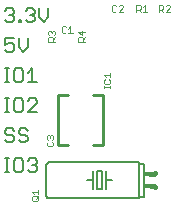
<source format=gtl>
G75*
%MOIN*%
%OFA0B0*%
%FSLAX25Y25*%
%IPPOS*%
%LPD*%
%AMOC8*
5,1,8,0,0,1.08239X$1,22.5*
%
%ADD10C,0.00200*%
%ADD11C,0.01000*%
%ADD12C,0.00500*%
%ADD13C,0.00600*%
%ADD14C,0.01600*%
%ADD15R,0.02300X0.01600*%
D10*
X0039198Y0005267D02*
X0039198Y0006001D01*
X0039565Y0006368D01*
X0041033Y0006368D01*
X0041400Y0006001D01*
X0041400Y0005267D01*
X0041033Y0004900D01*
X0039565Y0004900D01*
X0039198Y0005267D01*
X0040666Y0005634D02*
X0041400Y0006368D01*
X0041400Y0007110D02*
X0041400Y0008578D01*
X0041400Y0007844D02*
X0039198Y0007844D01*
X0039932Y0007110D01*
X0044510Y0023042D02*
X0044143Y0023409D01*
X0044143Y0024143D01*
X0044510Y0024510D01*
X0044510Y0025252D02*
X0044143Y0025619D01*
X0044143Y0026353D01*
X0044510Y0026720D01*
X0044877Y0026720D01*
X0045244Y0026353D01*
X0045611Y0026720D01*
X0045978Y0026720D01*
X0046345Y0026353D01*
X0046345Y0025619D01*
X0045978Y0025252D01*
X0045978Y0024510D02*
X0046345Y0024143D01*
X0046345Y0023409D01*
X0045978Y0023042D01*
X0044510Y0023042D01*
X0045244Y0025986D02*
X0045244Y0026353D01*
X0063198Y0042400D02*
X0063198Y0043134D01*
X0063198Y0042767D02*
X0065400Y0042767D01*
X0065400Y0042400D02*
X0065400Y0043134D01*
X0065033Y0043873D02*
X0065400Y0044240D01*
X0065400Y0044974D01*
X0065033Y0045341D01*
X0065400Y0046083D02*
X0065400Y0047551D01*
X0065400Y0046817D02*
X0063198Y0046817D01*
X0063932Y0046083D01*
X0063565Y0045341D02*
X0063198Y0044974D01*
X0063198Y0044240D01*
X0063565Y0043873D01*
X0065033Y0043873D01*
X0056900Y0057900D02*
X0054698Y0057900D01*
X0054698Y0059001D01*
X0055065Y0059368D01*
X0055799Y0059368D01*
X0056166Y0059001D01*
X0056166Y0057900D01*
X0056166Y0058634D02*
X0056900Y0059368D01*
X0055799Y0060110D02*
X0055799Y0061578D01*
X0054698Y0061211D02*
X0055799Y0060110D01*
X0056900Y0061211D02*
X0054698Y0061211D01*
X0052841Y0060845D02*
X0051373Y0060845D01*
X0052107Y0060845D02*
X0052107Y0063047D01*
X0051373Y0062313D01*
X0050631Y0062680D02*
X0050264Y0063047D01*
X0049530Y0063047D01*
X0049163Y0062680D01*
X0049163Y0061212D01*
X0049530Y0060845D01*
X0050264Y0060845D01*
X0050631Y0061212D01*
X0046900Y0061211D02*
X0046900Y0060477D01*
X0046533Y0060110D01*
X0046900Y0059368D02*
X0046166Y0058634D01*
X0046166Y0059001D02*
X0046166Y0057900D01*
X0046900Y0057900D02*
X0044698Y0057900D01*
X0044698Y0059001D01*
X0045065Y0059368D01*
X0045799Y0059368D01*
X0046166Y0059001D01*
X0045065Y0060110D02*
X0044698Y0060477D01*
X0044698Y0061211D01*
X0045065Y0061578D01*
X0045432Y0061578D01*
X0045799Y0061211D01*
X0046166Y0061578D01*
X0046533Y0061578D01*
X0046900Y0061211D01*
X0045799Y0061211D02*
X0045799Y0060844D01*
X0065950Y0068326D02*
X0066317Y0067959D01*
X0067051Y0067959D01*
X0067418Y0068326D01*
X0068160Y0067959D02*
X0069628Y0069427D01*
X0069628Y0069794D01*
X0069261Y0070161D01*
X0068527Y0070161D01*
X0068160Y0069794D01*
X0067418Y0069794D02*
X0067051Y0070161D01*
X0066317Y0070161D01*
X0065950Y0069794D01*
X0065950Y0068326D01*
X0068160Y0067959D02*
X0069628Y0067959D01*
X0074100Y0067900D02*
X0074100Y0070102D01*
X0075201Y0070102D01*
X0075568Y0069735D01*
X0075568Y0069001D01*
X0075201Y0068634D01*
X0074100Y0068634D01*
X0074834Y0068634D02*
X0075568Y0067900D01*
X0076310Y0067900D02*
X0077778Y0067900D01*
X0077044Y0067900D02*
X0077044Y0070102D01*
X0076310Y0069368D01*
X0081600Y0070102D02*
X0081600Y0067900D01*
X0081600Y0068634D02*
X0082701Y0068634D01*
X0083068Y0069001D01*
X0083068Y0069735D01*
X0082701Y0070102D01*
X0081600Y0070102D01*
X0082334Y0068634D02*
X0083068Y0067900D01*
X0083810Y0067900D02*
X0085278Y0069368D01*
X0085278Y0069735D01*
X0084911Y0070102D01*
X0084177Y0070102D01*
X0083810Y0069735D01*
X0083810Y0067900D02*
X0085278Y0067900D01*
D11*
X0062980Y0040265D02*
X0059634Y0040265D01*
X0062980Y0040265D02*
X0062980Y0023335D01*
X0059634Y0023335D01*
X0051366Y0023335D02*
X0048020Y0023335D01*
X0048020Y0040265D01*
X0051366Y0040265D01*
D12*
X0031751Y0014550D02*
X0030250Y0014550D01*
X0031001Y0014550D02*
X0031001Y0019054D01*
X0031751Y0019054D02*
X0030250Y0019054D01*
X0033319Y0018303D02*
X0033319Y0015301D01*
X0034070Y0014550D01*
X0035571Y0014550D01*
X0036322Y0015301D01*
X0036322Y0018303D01*
X0035571Y0019054D01*
X0034070Y0019054D01*
X0033319Y0018303D01*
X0037923Y0018303D02*
X0038674Y0019054D01*
X0040175Y0019054D01*
X0040926Y0018303D01*
X0040926Y0017553D01*
X0040175Y0016802D01*
X0040926Y0016051D01*
X0040926Y0015301D01*
X0040175Y0014550D01*
X0038674Y0014550D01*
X0037923Y0015301D01*
X0039424Y0016802D02*
X0040175Y0016802D01*
X0037106Y0024550D02*
X0035605Y0024550D01*
X0034854Y0025301D01*
X0035605Y0026802D02*
X0037106Y0026802D01*
X0037856Y0026051D01*
X0037856Y0025301D01*
X0037106Y0024550D01*
X0035605Y0026802D02*
X0034854Y0027553D01*
X0034854Y0028303D01*
X0035605Y0029054D01*
X0037106Y0029054D01*
X0037856Y0028303D01*
X0033253Y0028303D02*
X0032502Y0029054D01*
X0031001Y0029054D01*
X0030250Y0028303D01*
X0030250Y0027553D01*
X0031001Y0026802D01*
X0032502Y0026802D01*
X0033253Y0026051D01*
X0033253Y0025301D01*
X0032502Y0024550D01*
X0031001Y0024550D01*
X0030250Y0025301D01*
X0030250Y0034550D02*
X0031751Y0034550D01*
X0031001Y0034550D02*
X0031001Y0039054D01*
X0031751Y0039054D02*
X0030250Y0039054D01*
X0033319Y0038303D02*
X0033319Y0035301D01*
X0034070Y0034550D01*
X0035571Y0034550D01*
X0036322Y0035301D01*
X0036322Y0038303D01*
X0035571Y0039054D01*
X0034070Y0039054D01*
X0033319Y0038303D01*
X0037923Y0038303D02*
X0038674Y0039054D01*
X0040175Y0039054D01*
X0040926Y0038303D01*
X0040926Y0037553D01*
X0037923Y0034550D01*
X0040926Y0034550D01*
X0040926Y0044550D02*
X0037923Y0044550D01*
X0039424Y0044550D02*
X0039424Y0049054D01*
X0037923Y0047553D01*
X0036322Y0048303D02*
X0036322Y0045301D01*
X0035571Y0044550D01*
X0034070Y0044550D01*
X0033319Y0045301D01*
X0033319Y0048303D01*
X0034070Y0049054D01*
X0035571Y0049054D01*
X0036322Y0048303D01*
X0031751Y0049054D02*
X0030250Y0049054D01*
X0031001Y0049054D02*
X0031001Y0044550D01*
X0031751Y0044550D02*
X0030250Y0044550D01*
X0031001Y0054550D02*
X0030250Y0055301D01*
X0031001Y0054550D02*
X0032502Y0054550D01*
X0033253Y0055301D01*
X0033253Y0056802D01*
X0032502Y0057553D01*
X0031751Y0057553D01*
X0030250Y0056802D01*
X0030250Y0059054D01*
X0033253Y0059054D01*
X0034854Y0059054D02*
X0034854Y0056051D01*
X0036355Y0054550D01*
X0037856Y0056051D01*
X0037856Y0059054D01*
X0037907Y0064550D02*
X0037156Y0065301D01*
X0037907Y0064550D02*
X0039408Y0064550D01*
X0040158Y0065301D01*
X0040158Y0066051D01*
X0039408Y0066802D01*
X0038657Y0066802D01*
X0039408Y0066802D02*
X0040158Y0067553D01*
X0040158Y0068303D01*
X0039408Y0069054D01*
X0037907Y0069054D01*
X0037156Y0068303D01*
X0035605Y0065301D02*
X0035605Y0064550D01*
X0034854Y0064550D01*
X0034854Y0065301D01*
X0035605Y0065301D01*
X0033253Y0065301D02*
X0032502Y0064550D01*
X0031001Y0064550D01*
X0030250Y0065301D01*
X0031751Y0066802D02*
X0032502Y0066802D01*
X0033253Y0066051D01*
X0033253Y0065301D01*
X0032502Y0066802D02*
X0033253Y0067553D01*
X0033253Y0068303D01*
X0032502Y0069054D01*
X0031001Y0069054D01*
X0030250Y0068303D01*
X0041760Y0069054D02*
X0041760Y0066051D01*
X0043261Y0064550D01*
X0044762Y0066051D01*
X0044762Y0069054D01*
D13*
X0045000Y0017800D02*
X0075000Y0017800D01*
X0075000Y0017300D01*
X0075000Y0006300D01*
X0075000Y0005800D01*
X0045000Y0005800D01*
X0044940Y0005802D01*
X0044879Y0005807D01*
X0044820Y0005816D01*
X0044761Y0005829D01*
X0044702Y0005845D01*
X0044645Y0005865D01*
X0044590Y0005888D01*
X0044535Y0005915D01*
X0044483Y0005944D01*
X0044432Y0005977D01*
X0044383Y0006013D01*
X0044337Y0006051D01*
X0044293Y0006093D01*
X0044251Y0006137D01*
X0044213Y0006183D01*
X0044177Y0006232D01*
X0044144Y0006283D01*
X0044115Y0006335D01*
X0044088Y0006390D01*
X0044065Y0006445D01*
X0044045Y0006502D01*
X0044029Y0006561D01*
X0044016Y0006620D01*
X0044007Y0006679D01*
X0044002Y0006740D01*
X0044000Y0006800D01*
X0044000Y0016800D01*
X0044002Y0016860D01*
X0044007Y0016921D01*
X0044016Y0016980D01*
X0044029Y0017039D01*
X0044045Y0017098D01*
X0044065Y0017155D01*
X0044088Y0017210D01*
X0044115Y0017265D01*
X0044144Y0017317D01*
X0044177Y0017368D01*
X0044213Y0017417D01*
X0044251Y0017463D01*
X0044293Y0017507D01*
X0044337Y0017549D01*
X0044383Y0017587D01*
X0044432Y0017623D01*
X0044483Y0017656D01*
X0044535Y0017685D01*
X0044590Y0017712D01*
X0044645Y0017735D01*
X0044702Y0017755D01*
X0044761Y0017771D01*
X0044820Y0017784D01*
X0044879Y0017793D01*
X0044940Y0017798D01*
X0045000Y0017800D01*
X0057500Y0011800D02*
X0059500Y0011800D01*
X0059500Y0014800D01*
X0061000Y0014800D02*
X0061000Y0008800D01*
X0062500Y0008800D01*
X0062500Y0014800D01*
X0061000Y0014800D01*
X0059500Y0011800D02*
X0059500Y0008800D01*
X0064000Y0008800D02*
X0064000Y0011800D01*
X0064000Y0014800D01*
X0064000Y0011800D02*
X0066000Y0011800D01*
X0075000Y0006300D02*
X0076500Y0006300D01*
X0076500Y0017300D01*
X0075000Y0017300D01*
D14*
X0078500Y0013800D02*
X0080000Y0013800D01*
X0080200Y0014000D01*
X0080000Y0009800D02*
X0079000Y0009800D01*
X0080000Y0009800D02*
X0080200Y0009600D01*
D15*
X0077850Y0009800D03*
X0077850Y0013800D03*
M02*

</source>
